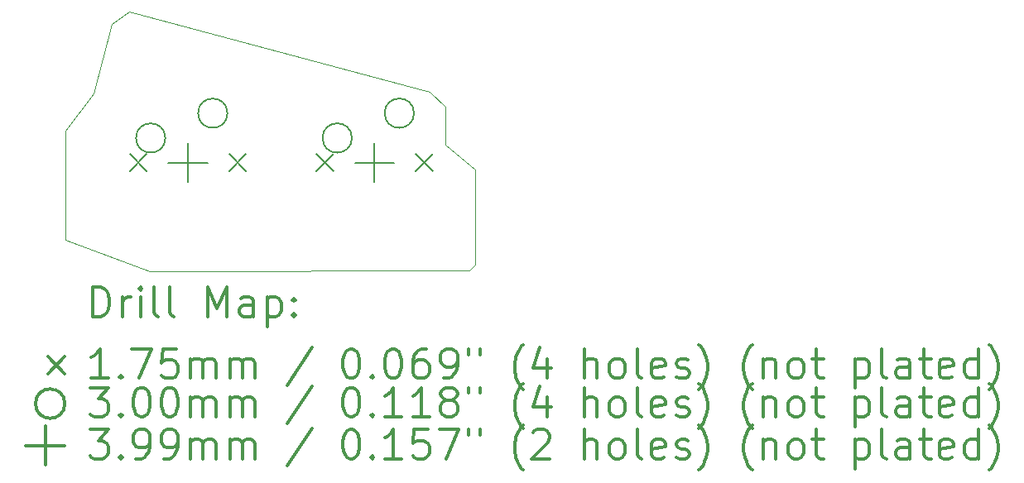
<source format=gbr>
%FSLAX45Y45*%
G04 Gerber Fmt 4.5, Leading zero omitted, Abs format (unit mm)*
G04 Created by KiCad (PCBNEW (5.1.4)-1) date 2023-02-10 21:13:39*
%MOMM*%
%LPD*%
G04 APERTURE LIST*
%ADD10C,0.050000*%
%ADD11C,0.200000*%
%ADD12C,0.300000*%
G04 APERTURE END LIST*
D10*
X19362165Y-34807340D02*
X16092269Y-34811926D01*
X15513276Y-32992596D02*
X15703880Y-32286027D01*
X18953875Y-32980148D02*
X19109700Y-33130247D01*
X19416491Y-34751864D02*
X19416101Y-33778660D01*
X19416491Y-34751864D02*
X19362165Y-34807340D01*
X15223875Y-34489943D02*
X16092269Y-34811926D01*
X15881177Y-32155429D02*
X18953875Y-32980148D01*
X15223875Y-34489943D02*
X15224404Y-33375941D01*
X19416101Y-33778660D02*
X19110882Y-33522366D01*
X15703880Y-32286027D02*
X15881177Y-32155429D01*
X15513276Y-32992596D02*
X15224404Y-33375941D01*
X19110882Y-33522366D02*
X19109700Y-33130247D01*
D11*
X15884500Y-33617692D02*
X16059500Y-33792692D01*
X16059500Y-33617692D02*
X15884500Y-33792692D01*
X16900500Y-33617692D02*
X17075500Y-33792692D01*
X17075500Y-33617692D02*
X16900500Y-33792692D01*
X17792455Y-33617692D02*
X17967455Y-33792692D01*
X17967455Y-33617692D02*
X17792455Y-33792692D01*
X18808455Y-33617692D02*
X18983455Y-33792692D01*
X18983455Y-33617692D02*
X18808455Y-33792692D01*
X16249000Y-33451192D02*
G75*
G03X16249000Y-33451192I-150000J0D01*
G01*
X16884000Y-33197192D02*
G75*
G03X16884000Y-33197192I-150000J0D01*
G01*
X18156955Y-33451192D02*
G75*
G03X18156955Y-33451192I-150000J0D01*
G01*
X18791955Y-33197192D02*
G75*
G03X18791955Y-33197192I-150000J0D01*
G01*
X16480000Y-33505802D02*
X16480000Y-33904582D01*
X16280610Y-33705192D02*
X16679390Y-33705192D01*
X18387955Y-33505802D02*
X18387955Y-33904582D01*
X18188565Y-33705192D02*
X18587345Y-33705192D01*
D12*
X15507803Y-35280141D02*
X15507803Y-34980141D01*
X15579232Y-34980141D01*
X15622089Y-34994426D01*
X15650660Y-35022998D01*
X15664946Y-35051569D01*
X15679232Y-35108712D01*
X15679232Y-35151569D01*
X15664946Y-35208712D01*
X15650660Y-35237284D01*
X15622089Y-35265855D01*
X15579232Y-35280141D01*
X15507803Y-35280141D01*
X15807803Y-35280141D02*
X15807803Y-35080141D01*
X15807803Y-35137284D02*
X15822089Y-35108712D01*
X15836375Y-35094426D01*
X15864946Y-35080141D01*
X15893517Y-35080141D01*
X15993517Y-35280141D02*
X15993517Y-35080141D01*
X15993517Y-34980141D02*
X15979232Y-34994426D01*
X15993517Y-35008712D01*
X16007803Y-34994426D01*
X15993517Y-34980141D01*
X15993517Y-35008712D01*
X16179232Y-35280141D02*
X16150660Y-35265855D01*
X16136375Y-35237284D01*
X16136375Y-34980141D01*
X16336375Y-35280141D02*
X16307803Y-35265855D01*
X16293517Y-35237284D01*
X16293517Y-34980141D01*
X16679232Y-35280141D02*
X16679232Y-34980141D01*
X16779232Y-35194426D01*
X16879232Y-34980141D01*
X16879232Y-35280141D01*
X17150660Y-35280141D02*
X17150660Y-35122998D01*
X17136375Y-35094426D01*
X17107803Y-35080141D01*
X17050660Y-35080141D01*
X17022089Y-35094426D01*
X17150660Y-35265855D02*
X17122089Y-35280141D01*
X17050660Y-35280141D01*
X17022089Y-35265855D01*
X17007803Y-35237284D01*
X17007803Y-35208712D01*
X17022089Y-35180141D01*
X17050660Y-35165855D01*
X17122089Y-35165855D01*
X17150660Y-35151569D01*
X17293517Y-35080141D02*
X17293517Y-35380141D01*
X17293517Y-35094426D02*
X17322089Y-35080141D01*
X17379232Y-35080141D01*
X17407803Y-35094426D01*
X17422089Y-35108712D01*
X17436375Y-35137284D01*
X17436375Y-35222998D01*
X17422089Y-35251569D01*
X17407803Y-35265855D01*
X17379232Y-35280141D01*
X17322089Y-35280141D01*
X17293517Y-35265855D01*
X17564946Y-35251569D02*
X17579232Y-35265855D01*
X17564946Y-35280141D01*
X17550660Y-35265855D01*
X17564946Y-35251569D01*
X17564946Y-35280141D01*
X17564946Y-35094426D02*
X17579232Y-35108712D01*
X17564946Y-35122998D01*
X17550660Y-35108712D01*
X17564946Y-35094426D01*
X17564946Y-35122998D01*
X15046375Y-35686926D02*
X15221375Y-35861926D01*
X15221375Y-35686926D02*
X15046375Y-35861926D01*
X15664946Y-35910141D02*
X15493517Y-35910141D01*
X15579232Y-35910141D02*
X15579232Y-35610141D01*
X15550660Y-35652998D01*
X15522089Y-35681569D01*
X15493517Y-35695855D01*
X15793517Y-35881569D02*
X15807803Y-35895855D01*
X15793517Y-35910141D01*
X15779232Y-35895855D01*
X15793517Y-35881569D01*
X15793517Y-35910141D01*
X15907803Y-35610141D02*
X16107803Y-35610141D01*
X15979232Y-35910141D01*
X16364946Y-35610141D02*
X16222089Y-35610141D01*
X16207803Y-35752998D01*
X16222089Y-35738712D01*
X16250660Y-35724426D01*
X16322089Y-35724426D01*
X16350660Y-35738712D01*
X16364946Y-35752998D01*
X16379232Y-35781569D01*
X16379232Y-35852998D01*
X16364946Y-35881569D01*
X16350660Y-35895855D01*
X16322089Y-35910141D01*
X16250660Y-35910141D01*
X16222089Y-35895855D01*
X16207803Y-35881569D01*
X16507803Y-35910141D02*
X16507803Y-35710141D01*
X16507803Y-35738712D02*
X16522089Y-35724426D01*
X16550660Y-35710141D01*
X16593517Y-35710141D01*
X16622089Y-35724426D01*
X16636375Y-35752998D01*
X16636375Y-35910141D01*
X16636375Y-35752998D02*
X16650660Y-35724426D01*
X16679232Y-35710141D01*
X16722089Y-35710141D01*
X16750660Y-35724426D01*
X16764946Y-35752998D01*
X16764946Y-35910141D01*
X16907803Y-35910141D02*
X16907803Y-35710141D01*
X16907803Y-35738712D02*
X16922089Y-35724426D01*
X16950660Y-35710141D01*
X16993517Y-35710141D01*
X17022089Y-35724426D01*
X17036375Y-35752998D01*
X17036375Y-35910141D01*
X17036375Y-35752998D02*
X17050660Y-35724426D01*
X17079232Y-35710141D01*
X17122089Y-35710141D01*
X17150660Y-35724426D01*
X17164946Y-35752998D01*
X17164946Y-35910141D01*
X17750660Y-35595855D02*
X17493517Y-35981569D01*
X18136375Y-35610141D02*
X18164946Y-35610141D01*
X18193517Y-35624426D01*
X18207803Y-35638712D01*
X18222089Y-35667284D01*
X18236375Y-35724426D01*
X18236375Y-35795855D01*
X18222089Y-35852998D01*
X18207803Y-35881569D01*
X18193517Y-35895855D01*
X18164946Y-35910141D01*
X18136375Y-35910141D01*
X18107803Y-35895855D01*
X18093517Y-35881569D01*
X18079232Y-35852998D01*
X18064946Y-35795855D01*
X18064946Y-35724426D01*
X18079232Y-35667284D01*
X18093517Y-35638712D01*
X18107803Y-35624426D01*
X18136375Y-35610141D01*
X18364946Y-35881569D02*
X18379232Y-35895855D01*
X18364946Y-35910141D01*
X18350660Y-35895855D01*
X18364946Y-35881569D01*
X18364946Y-35910141D01*
X18564946Y-35610141D02*
X18593517Y-35610141D01*
X18622089Y-35624426D01*
X18636375Y-35638712D01*
X18650660Y-35667284D01*
X18664946Y-35724426D01*
X18664946Y-35795855D01*
X18650660Y-35852998D01*
X18636375Y-35881569D01*
X18622089Y-35895855D01*
X18593517Y-35910141D01*
X18564946Y-35910141D01*
X18536375Y-35895855D01*
X18522089Y-35881569D01*
X18507803Y-35852998D01*
X18493517Y-35795855D01*
X18493517Y-35724426D01*
X18507803Y-35667284D01*
X18522089Y-35638712D01*
X18536375Y-35624426D01*
X18564946Y-35610141D01*
X18922089Y-35610141D02*
X18864946Y-35610141D01*
X18836375Y-35624426D01*
X18822089Y-35638712D01*
X18793517Y-35681569D01*
X18779232Y-35738712D01*
X18779232Y-35852998D01*
X18793517Y-35881569D01*
X18807803Y-35895855D01*
X18836375Y-35910141D01*
X18893517Y-35910141D01*
X18922089Y-35895855D01*
X18936375Y-35881569D01*
X18950660Y-35852998D01*
X18950660Y-35781569D01*
X18936375Y-35752998D01*
X18922089Y-35738712D01*
X18893517Y-35724426D01*
X18836375Y-35724426D01*
X18807803Y-35738712D01*
X18793517Y-35752998D01*
X18779232Y-35781569D01*
X19093517Y-35910141D02*
X19150660Y-35910141D01*
X19179232Y-35895855D01*
X19193517Y-35881569D01*
X19222089Y-35838712D01*
X19236375Y-35781569D01*
X19236375Y-35667284D01*
X19222089Y-35638712D01*
X19207803Y-35624426D01*
X19179232Y-35610141D01*
X19122089Y-35610141D01*
X19093517Y-35624426D01*
X19079232Y-35638712D01*
X19064946Y-35667284D01*
X19064946Y-35738712D01*
X19079232Y-35767284D01*
X19093517Y-35781569D01*
X19122089Y-35795855D01*
X19179232Y-35795855D01*
X19207803Y-35781569D01*
X19222089Y-35767284D01*
X19236375Y-35738712D01*
X19350660Y-35610141D02*
X19350660Y-35667284D01*
X19464946Y-35610141D02*
X19464946Y-35667284D01*
X19907803Y-36024426D02*
X19893517Y-36010141D01*
X19864946Y-35967284D01*
X19850660Y-35938712D01*
X19836375Y-35895855D01*
X19822089Y-35824426D01*
X19822089Y-35767284D01*
X19836375Y-35695855D01*
X19850660Y-35652998D01*
X19864946Y-35624426D01*
X19893517Y-35581569D01*
X19907803Y-35567284D01*
X20150660Y-35710141D02*
X20150660Y-35910141D01*
X20079232Y-35595855D02*
X20007803Y-35810141D01*
X20193517Y-35810141D01*
X20536375Y-35910141D02*
X20536375Y-35610141D01*
X20664946Y-35910141D02*
X20664946Y-35752998D01*
X20650660Y-35724426D01*
X20622089Y-35710141D01*
X20579232Y-35710141D01*
X20550660Y-35724426D01*
X20536375Y-35738712D01*
X20850660Y-35910141D02*
X20822089Y-35895855D01*
X20807803Y-35881569D01*
X20793517Y-35852998D01*
X20793517Y-35767284D01*
X20807803Y-35738712D01*
X20822089Y-35724426D01*
X20850660Y-35710141D01*
X20893517Y-35710141D01*
X20922089Y-35724426D01*
X20936375Y-35738712D01*
X20950660Y-35767284D01*
X20950660Y-35852998D01*
X20936375Y-35881569D01*
X20922089Y-35895855D01*
X20893517Y-35910141D01*
X20850660Y-35910141D01*
X21122089Y-35910141D02*
X21093517Y-35895855D01*
X21079232Y-35867284D01*
X21079232Y-35610141D01*
X21350660Y-35895855D02*
X21322089Y-35910141D01*
X21264946Y-35910141D01*
X21236375Y-35895855D01*
X21222089Y-35867284D01*
X21222089Y-35752998D01*
X21236375Y-35724426D01*
X21264946Y-35710141D01*
X21322089Y-35710141D01*
X21350660Y-35724426D01*
X21364946Y-35752998D01*
X21364946Y-35781569D01*
X21222089Y-35810141D01*
X21479232Y-35895855D02*
X21507803Y-35910141D01*
X21564946Y-35910141D01*
X21593517Y-35895855D01*
X21607803Y-35867284D01*
X21607803Y-35852998D01*
X21593517Y-35824426D01*
X21564946Y-35810141D01*
X21522089Y-35810141D01*
X21493517Y-35795855D01*
X21479232Y-35767284D01*
X21479232Y-35752998D01*
X21493517Y-35724426D01*
X21522089Y-35710141D01*
X21564946Y-35710141D01*
X21593517Y-35724426D01*
X21707803Y-36024426D02*
X21722089Y-36010141D01*
X21750660Y-35967284D01*
X21764946Y-35938712D01*
X21779232Y-35895855D01*
X21793517Y-35824426D01*
X21793517Y-35767284D01*
X21779232Y-35695855D01*
X21764946Y-35652998D01*
X21750660Y-35624426D01*
X21722089Y-35581569D01*
X21707803Y-35567284D01*
X22250660Y-36024426D02*
X22236375Y-36010141D01*
X22207803Y-35967284D01*
X22193517Y-35938712D01*
X22179232Y-35895855D01*
X22164946Y-35824426D01*
X22164946Y-35767284D01*
X22179232Y-35695855D01*
X22193517Y-35652998D01*
X22207803Y-35624426D01*
X22236375Y-35581569D01*
X22250660Y-35567284D01*
X22364946Y-35710141D02*
X22364946Y-35910141D01*
X22364946Y-35738712D02*
X22379232Y-35724426D01*
X22407803Y-35710141D01*
X22450660Y-35710141D01*
X22479232Y-35724426D01*
X22493517Y-35752998D01*
X22493517Y-35910141D01*
X22679232Y-35910141D02*
X22650660Y-35895855D01*
X22636375Y-35881569D01*
X22622089Y-35852998D01*
X22622089Y-35767284D01*
X22636375Y-35738712D01*
X22650660Y-35724426D01*
X22679232Y-35710141D01*
X22722089Y-35710141D01*
X22750660Y-35724426D01*
X22764946Y-35738712D01*
X22779232Y-35767284D01*
X22779232Y-35852998D01*
X22764946Y-35881569D01*
X22750660Y-35895855D01*
X22722089Y-35910141D01*
X22679232Y-35910141D01*
X22864946Y-35710141D02*
X22979232Y-35710141D01*
X22907803Y-35610141D02*
X22907803Y-35867284D01*
X22922089Y-35895855D01*
X22950660Y-35910141D01*
X22979232Y-35910141D01*
X23307803Y-35710141D02*
X23307803Y-36010141D01*
X23307803Y-35724426D02*
X23336375Y-35710141D01*
X23393517Y-35710141D01*
X23422089Y-35724426D01*
X23436375Y-35738712D01*
X23450660Y-35767284D01*
X23450660Y-35852998D01*
X23436375Y-35881569D01*
X23422089Y-35895855D01*
X23393517Y-35910141D01*
X23336375Y-35910141D01*
X23307803Y-35895855D01*
X23622089Y-35910141D02*
X23593517Y-35895855D01*
X23579232Y-35867284D01*
X23579232Y-35610141D01*
X23864946Y-35910141D02*
X23864946Y-35752998D01*
X23850660Y-35724426D01*
X23822089Y-35710141D01*
X23764946Y-35710141D01*
X23736375Y-35724426D01*
X23864946Y-35895855D02*
X23836375Y-35910141D01*
X23764946Y-35910141D01*
X23736375Y-35895855D01*
X23722089Y-35867284D01*
X23722089Y-35838712D01*
X23736375Y-35810141D01*
X23764946Y-35795855D01*
X23836375Y-35795855D01*
X23864946Y-35781569D01*
X23964946Y-35710141D02*
X24079232Y-35710141D01*
X24007803Y-35610141D02*
X24007803Y-35867284D01*
X24022089Y-35895855D01*
X24050660Y-35910141D01*
X24079232Y-35910141D01*
X24293517Y-35895855D02*
X24264946Y-35910141D01*
X24207803Y-35910141D01*
X24179232Y-35895855D01*
X24164946Y-35867284D01*
X24164946Y-35752998D01*
X24179232Y-35724426D01*
X24207803Y-35710141D01*
X24264946Y-35710141D01*
X24293517Y-35724426D01*
X24307803Y-35752998D01*
X24307803Y-35781569D01*
X24164946Y-35810141D01*
X24564946Y-35910141D02*
X24564946Y-35610141D01*
X24564946Y-35895855D02*
X24536375Y-35910141D01*
X24479232Y-35910141D01*
X24450660Y-35895855D01*
X24436375Y-35881569D01*
X24422089Y-35852998D01*
X24422089Y-35767284D01*
X24436375Y-35738712D01*
X24450660Y-35724426D01*
X24479232Y-35710141D01*
X24536375Y-35710141D01*
X24564946Y-35724426D01*
X24679232Y-36024426D02*
X24693517Y-36010141D01*
X24722089Y-35967284D01*
X24736375Y-35938712D01*
X24750660Y-35895855D01*
X24764946Y-35824426D01*
X24764946Y-35767284D01*
X24750660Y-35695855D01*
X24736375Y-35652998D01*
X24722089Y-35624426D01*
X24693517Y-35581569D01*
X24679232Y-35567284D01*
X15221375Y-36170426D02*
G75*
G03X15221375Y-36170426I-150000J0D01*
G01*
X15479232Y-36006141D02*
X15664946Y-36006141D01*
X15564946Y-36120426D01*
X15607803Y-36120426D01*
X15636375Y-36134712D01*
X15650660Y-36148998D01*
X15664946Y-36177569D01*
X15664946Y-36248998D01*
X15650660Y-36277569D01*
X15636375Y-36291855D01*
X15607803Y-36306141D01*
X15522089Y-36306141D01*
X15493517Y-36291855D01*
X15479232Y-36277569D01*
X15793517Y-36277569D02*
X15807803Y-36291855D01*
X15793517Y-36306141D01*
X15779232Y-36291855D01*
X15793517Y-36277569D01*
X15793517Y-36306141D01*
X15993517Y-36006141D02*
X16022089Y-36006141D01*
X16050660Y-36020426D01*
X16064946Y-36034712D01*
X16079232Y-36063284D01*
X16093517Y-36120426D01*
X16093517Y-36191855D01*
X16079232Y-36248998D01*
X16064946Y-36277569D01*
X16050660Y-36291855D01*
X16022089Y-36306141D01*
X15993517Y-36306141D01*
X15964946Y-36291855D01*
X15950660Y-36277569D01*
X15936375Y-36248998D01*
X15922089Y-36191855D01*
X15922089Y-36120426D01*
X15936375Y-36063284D01*
X15950660Y-36034712D01*
X15964946Y-36020426D01*
X15993517Y-36006141D01*
X16279232Y-36006141D02*
X16307803Y-36006141D01*
X16336375Y-36020426D01*
X16350660Y-36034712D01*
X16364946Y-36063284D01*
X16379232Y-36120426D01*
X16379232Y-36191855D01*
X16364946Y-36248998D01*
X16350660Y-36277569D01*
X16336375Y-36291855D01*
X16307803Y-36306141D01*
X16279232Y-36306141D01*
X16250660Y-36291855D01*
X16236375Y-36277569D01*
X16222089Y-36248998D01*
X16207803Y-36191855D01*
X16207803Y-36120426D01*
X16222089Y-36063284D01*
X16236375Y-36034712D01*
X16250660Y-36020426D01*
X16279232Y-36006141D01*
X16507803Y-36306141D02*
X16507803Y-36106141D01*
X16507803Y-36134712D02*
X16522089Y-36120426D01*
X16550660Y-36106141D01*
X16593517Y-36106141D01*
X16622089Y-36120426D01*
X16636375Y-36148998D01*
X16636375Y-36306141D01*
X16636375Y-36148998D02*
X16650660Y-36120426D01*
X16679232Y-36106141D01*
X16722089Y-36106141D01*
X16750660Y-36120426D01*
X16764946Y-36148998D01*
X16764946Y-36306141D01*
X16907803Y-36306141D02*
X16907803Y-36106141D01*
X16907803Y-36134712D02*
X16922089Y-36120426D01*
X16950660Y-36106141D01*
X16993517Y-36106141D01*
X17022089Y-36120426D01*
X17036375Y-36148998D01*
X17036375Y-36306141D01*
X17036375Y-36148998D02*
X17050660Y-36120426D01*
X17079232Y-36106141D01*
X17122089Y-36106141D01*
X17150660Y-36120426D01*
X17164946Y-36148998D01*
X17164946Y-36306141D01*
X17750660Y-35991855D02*
X17493517Y-36377569D01*
X18136375Y-36006141D02*
X18164946Y-36006141D01*
X18193517Y-36020426D01*
X18207803Y-36034712D01*
X18222089Y-36063284D01*
X18236375Y-36120426D01*
X18236375Y-36191855D01*
X18222089Y-36248998D01*
X18207803Y-36277569D01*
X18193517Y-36291855D01*
X18164946Y-36306141D01*
X18136375Y-36306141D01*
X18107803Y-36291855D01*
X18093517Y-36277569D01*
X18079232Y-36248998D01*
X18064946Y-36191855D01*
X18064946Y-36120426D01*
X18079232Y-36063284D01*
X18093517Y-36034712D01*
X18107803Y-36020426D01*
X18136375Y-36006141D01*
X18364946Y-36277569D02*
X18379232Y-36291855D01*
X18364946Y-36306141D01*
X18350660Y-36291855D01*
X18364946Y-36277569D01*
X18364946Y-36306141D01*
X18664946Y-36306141D02*
X18493517Y-36306141D01*
X18579232Y-36306141D02*
X18579232Y-36006141D01*
X18550660Y-36048998D01*
X18522089Y-36077569D01*
X18493517Y-36091855D01*
X18950660Y-36306141D02*
X18779232Y-36306141D01*
X18864946Y-36306141D02*
X18864946Y-36006141D01*
X18836375Y-36048998D01*
X18807803Y-36077569D01*
X18779232Y-36091855D01*
X19122089Y-36134712D02*
X19093517Y-36120426D01*
X19079232Y-36106141D01*
X19064946Y-36077569D01*
X19064946Y-36063284D01*
X19079232Y-36034712D01*
X19093517Y-36020426D01*
X19122089Y-36006141D01*
X19179232Y-36006141D01*
X19207803Y-36020426D01*
X19222089Y-36034712D01*
X19236375Y-36063284D01*
X19236375Y-36077569D01*
X19222089Y-36106141D01*
X19207803Y-36120426D01*
X19179232Y-36134712D01*
X19122089Y-36134712D01*
X19093517Y-36148998D01*
X19079232Y-36163284D01*
X19064946Y-36191855D01*
X19064946Y-36248998D01*
X19079232Y-36277569D01*
X19093517Y-36291855D01*
X19122089Y-36306141D01*
X19179232Y-36306141D01*
X19207803Y-36291855D01*
X19222089Y-36277569D01*
X19236375Y-36248998D01*
X19236375Y-36191855D01*
X19222089Y-36163284D01*
X19207803Y-36148998D01*
X19179232Y-36134712D01*
X19350660Y-36006141D02*
X19350660Y-36063284D01*
X19464946Y-36006141D02*
X19464946Y-36063284D01*
X19907803Y-36420426D02*
X19893517Y-36406141D01*
X19864946Y-36363284D01*
X19850660Y-36334712D01*
X19836375Y-36291855D01*
X19822089Y-36220426D01*
X19822089Y-36163284D01*
X19836375Y-36091855D01*
X19850660Y-36048998D01*
X19864946Y-36020426D01*
X19893517Y-35977569D01*
X19907803Y-35963284D01*
X20150660Y-36106141D02*
X20150660Y-36306141D01*
X20079232Y-35991855D02*
X20007803Y-36206141D01*
X20193517Y-36206141D01*
X20536375Y-36306141D02*
X20536375Y-36006141D01*
X20664946Y-36306141D02*
X20664946Y-36148998D01*
X20650660Y-36120426D01*
X20622089Y-36106141D01*
X20579232Y-36106141D01*
X20550660Y-36120426D01*
X20536375Y-36134712D01*
X20850660Y-36306141D02*
X20822089Y-36291855D01*
X20807803Y-36277569D01*
X20793517Y-36248998D01*
X20793517Y-36163284D01*
X20807803Y-36134712D01*
X20822089Y-36120426D01*
X20850660Y-36106141D01*
X20893517Y-36106141D01*
X20922089Y-36120426D01*
X20936375Y-36134712D01*
X20950660Y-36163284D01*
X20950660Y-36248998D01*
X20936375Y-36277569D01*
X20922089Y-36291855D01*
X20893517Y-36306141D01*
X20850660Y-36306141D01*
X21122089Y-36306141D02*
X21093517Y-36291855D01*
X21079232Y-36263284D01*
X21079232Y-36006141D01*
X21350660Y-36291855D02*
X21322089Y-36306141D01*
X21264946Y-36306141D01*
X21236375Y-36291855D01*
X21222089Y-36263284D01*
X21222089Y-36148998D01*
X21236375Y-36120426D01*
X21264946Y-36106141D01*
X21322089Y-36106141D01*
X21350660Y-36120426D01*
X21364946Y-36148998D01*
X21364946Y-36177569D01*
X21222089Y-36206141D01*
X21479232Y-36291855D02*
X21507803Y-36306141D01*
X21564946Y-36306141D01*
X21593517Y-36291855D01*
X21607803Y-36263284D01*
X21607803Y-36248998D01*
X21593517Y-36220426D01*
X21564946Y-36206141D01*
X21522089Y-36206141D01*
X21493517Y-36191855D01*
X21479232Y-36163284D01*
X21479232Y-36148998D01*
X21493517Y-36120426D01*
X21522089Y-36106141D01*
X21564946Y-36106141D01*
X21593517Y-36120426D01*
X21707803Y-36420426D02*
X21722089Y-36406141D01*
X21750660Y-36363284D01*
X21764946Y-36334712D01*
X21779232Y-36291855D01*
X21793517Y-36220426D01*
X21793517Y-36163284D01*
X21779232Y-36091855D01*
X21764946Y-36048998D01*
X21750660Y-36020426D01*
X21722089Y-35977569D01*
X21707803Y-35963284D01*
X22250660Y-36420426D02*
X22236375Y-36406141D01*
X22207803Y-36363284D01*
X22193517Y-36334712D01*
X22179232Y-36291855D01*
X22164946Y-36220426D01*
X22164946Y-36163284D01*
X22179232Y-36091855D01*
X22193517Y-36048998D01*
X22207803Y-36020426D01*
X22236375Y-35977569D01*
X22250660Y-35963284D01*
X22364946Y-36106141D02*
X22364946Y-36306141D01*
X22364946Y-36134712D02*
X22379232Y-36120426D01*
X22407803Y-36106141D01*
X22450660Y-36106141D01*
X22479232Y-36120426D01*
X22493517Y-36148998D01*
X22493517Y-36306141D01*
X22679232Y-36306141D02*
X22650660Y-36291855D01*
X22636375Y-36277569D01*
X22622089Y-36248998D01*
X22622089Y-36163284D01*
X22636375Y-36134712D01*
X22650660Y-36120426D01*
X22679232Y-36106141D01*
X22722089Y-36106141D01*
X22750660Y-36120426D01*
X22764946Y-36134712D01*
X22779232Y-36163284D01*
X22779232Y-36248998D01*
X22764946Y-36277569D01*
X22750660Y-36291855D01*
X22722089Y-36306141D01*
X22679232Y-36306141D01*
X22864946Y-36106141D02*
X22979232Y-36106141D01*
X22907803Y-36006141D02*
X22907803Y-36263284D01*
X22922089Y-36291855D01*
X22950660Y-36306141D01*
X22979232Y-36306141D01*
X23307803Y-36106141D02*
X23307803Y-36406141D01*
X23307803Y-36120426D02*
X23336375Y-36106141D01*
X23393517Y-36106141D01*
X23422089Y-36120426D01*
X23436375Y-36134712D01*
X23450660Y-36163284D01*
X23450660Y-36248998D01*
X23436375Y-36277569D01*
X23422089Y-36291855D01*
X23393517Y-36306141D01*
X23336375Y-36306141D01*
X23307803Y-36291855D01*
X23622089Y-36306141D02*
X23593517Y-36291855D01*
X23579232Y-36263284D01*
X23579232Y-36006141D01*
X23864946Y-36306141D02*
X23864946Y-36148998D01*
X23850660Y-36120426D01*
X23822089Y-36106141D01*
X23764946Y-36106141D01*
X23736375Y-36120426D01*
X23864946Y-36291855D02*
X23836375Y-36306141D01*
X23764946Y-36306141D01*
X23736375Y-36291855D01*
X23722089Y-36263284D01*
X23722089Y-36234712D01*
X23736375Y-36206141D01*
X23764946Y-36191855D01*
X23836375Y-36191855D01*
X23864946Y-36177569D01*
X23964946Y-36106141D02*
X24079232Y-36106141D01*
X24007803Y-36006141D02*
X24007803Y-36263284D01*
X24022089Y-36291855D01*
X24050660Y-36306141D01*
X24079232Y-36306141D01*
X24293517Y-36291855D02*
X24264946Y-36306141D01*
X24207803Y-36306141D01*
X24179232Y-36291855D01*
X24164946Y-36263284D01*
X24164946Y-36148998D01*
X24179232Y-36120426D01*
X24207803Y-36106141D01*
X24264946Y-36106141D01*
X24293517Y-36120426D01*
X24307803Y-36148998D01*
X24307803Y-36177569D01*
X24164946Y-36206141D01*
X24564946Y-36306141D02*
X24564946Y-36006141D01*
X24564946Y-36291855D02*
X24536375Y-36306141D01*
X24479232Y-36306141D01*
X24450660Y-36291855D01*
X24436375Y-36277569D01*
X24422089Y-36248998D01*
X24422089Y-36163284D01*
X24436375Y-36134712D01*
X24450660Y-36120426D01*
X24479232Y-36106141D01*
X24536375Y-36106141D01*
X24564946Y-36120426D01*
X24679232Y-36420426D02*
X24693517Y-36406141D01*
X24722089Y-36363284D01*
X24736375Y-36334712D01*
X24750660Y-36291855D01*
X24764946Y-36220426D01*
X24764946Y-36163284D01*
X24750660Y-36091855D01*
X24736375Y-36048998D01*
X24722089Y-36020426D01*
X24693517Y-35977569D01*
X24679232Y-35963284D01*
X15021985Y-36401036D02*
X15021985Y-36799816D01*
X14822595Y-36600426D02*
X15221375Y-36600426D01*
X15479232Y-36436141D02*
X15664946Y-36436141D01*
X15564946Y-36550426D01*
X15607803Y-36550426D01*
X15636375Y-36564712D01*
X15650660Y-36578998D01*
X15664946Y-36607569D01*
X15664946Y-36678998D01*
X15650660Y-36707569D01*
X15636375Y-36721855D01*
X15607803Y-36736141D01*
X15522089Y-36736141D01*
X15493517Y-36721855D01*
X15479232Y-36707569D01*
X15793517Y-36707569D02*
X15807803Y-36721855D01*
X15793517Y-36736141D01*
X15779232Y-36721855D01*
X15793517Y-36707569D01*
X15793517Y-36736141D01*
X15950660Y-36736141D02*
X16007803Y-36736141D01*
X16036375Y-36721855D01*
X16050660Y-36707569D01*
X16079232Y-36664712D01*
X16093517Y-36607569D01*
X16093517Y-36493284D01*
X16079232Y-36464712D01*
X16064946Y-36450426D01*
X16036375Y-36436141D01*
X15979232Y-36436141D01*
X15950660Y-36450426D01*
X15936375Y-36464712D01*
X15922089Y-36493284D01*
X15922089Y-36564712D01*
X15936375Y-36593284D01*
X15950660Y-36607569D01*
X15979232Y-36621855D01*
X16036375Y-36621855D01*
X16064946Y-36607569D01*
X16079232Y-36593284D01*
X16093517Y-36564712D01*
X16236375Y-36736141D02*
X16293517Y-36736141D01*
X16322089Y-36721855D01*
X16336375Y-36707569D01*
X16364946Y-36664712D01*
X16379232Y-36607569D01*
X16379232Y-36493284D01*
X16364946Y-36464712D01*
X16350660Y-36450426D01*
X16322089Y-36436141D01*
X16264946Y-36436141D01*
X16236375Y-36450426D01*
X16222089Y-36464712D01*
X16207803Y-36493284D01*
X16207803Y-36564712D01*
X16222089Y-36593284D01*
X16236375Y-36607569D01*
X16264946Y-36621855D01*
X16322089Y-36621855D01*
X16350660Y-36607569D01*
X16364946Y-36593284D01*
X16379232Y-36564712D01*
X16507803Y-36736141D02*
X16507803Y-36536141D01*
X16507803Y-36564712D02*
X16522089Y-36550426D01*
X16550660Y-36536141D01*
X16593517Y-36536141D01*
X16622089Y-36550426D01*
X16636375Y-36578998D01*
X16636375Y-36736141D01*
X16636375Y-36578998D02*
X16650660Y-36550426D01*
X16679232Y-36536141D01*
X16722089Y-36536141D01*
X16750660Y-36550426D01*
X16764946Y-36578998D01*
X16764946Y-36736141D01*
X16907803Y-36736141D02*
X16907803Y-36536141D01*
X16907803Y-36564712D02*
X16922089Y-36550426D01*
X16950660Y-36536141D01*
X16993517Y-36536141D01*
X17022089Y-36550426D01*
X17036375Y-36578998D01*
X17036375Y-36736141D01*
X17036375Y-36578998D02*
X17050660Y-36550426D01*
X17079232Y-36536141D01*
X17122089Y-36536141D01*
X17150660Y-36550426D01*
X17164946Y-36578998D01*
X17164946Y-36736141D01*
X17750660Y-36421855D02*
X17493517Y-36807569D01*
X18136375Y-36436141D02*
X18164946Y-36436141D01*
X18193517Y-36450426D01*
X18207803Y-36464712D01*
X18222089Y-36493284D01*
X18236375Y-36550426D01*
X18236375Y-36621855D01*
X18222089Y-36678998D01*
X18207803Y-36707569D01*
X18193517Y-36721855D01*
X18164946Y-36736141D01*
X18136375Y-36736141D01*
X18107803Y-36721855D01*
X18093517Y-36707569D01*
X18079232Y-36678998D01*
X18064946Y-36621855D01*
X18064946Y-36550426D01*
X18079232Y-36493284D01*
X18093517Y-36464712D01*
X18107803Y-36450426D01*
X18136375Y-36436141D01*
X18364946Y-36707569D02*
X18379232Y-36721855D01*
X18364946Y-36736141D01*
X18350660Y-36721855D01*
X18364946Y-36707569D01*
X18364946Y-36736141D01*
X18664946Y-36736141D02*
X18493517Y-36736141D01*
X18579232Y-36736141D02*
X18579232Y-36436141D01*
X18550660Y-36478998D01*
X18522089Y-36507569D01*
X18493517Y-36521855D01*
X18936375Y-36436141D02*
X18793517Y-36436141D01*
X18779232Y-36578998D01*
X18793517Y-36564712D01*
X18822089Y-36550426D01*
X18893517Y-36550426D01*
X18922089Y-36564712D01*
X18936375Y-36578998D01*
X18950660Y-36607569D01*
X18950660Y-36678998D01*
X18936375Y-36707569D01*
X18922089Y-36721855D01*
X18893517Y-36736141D01*
X18822089Y-36736141D01*
X18793517Y-36721855D01*
X18779232Y-36707569D01*
X19050660Y-36436141D02*
X19250660Y-36436141D01*
X19122089Y-36736141D01*
X19350660Y-36436141D02*
X19350660Y-36493284D01*
X19464946Y-36436141D02*
X19464946Y-36493284D01*
X19907803Y-36850426D02*
X19893517Y-36836141D01*
X19864946Y-36793284D01*
X19850660Y-36764712D01*
X19836375Y-36721855D01*
X19822089Y-36650426D01*
X19822089Y-36593284D01*
X19836375Y-36521855D01*
X19850660Y-36478998D01*
X19864946Y-36450426D01*
X19893517Y-36407569D01*
X19907803Y-36393284D01*
X20007803Y-36464712D02*
X20022089Y-36450426D01*
X20050660Y-36436141D01*
X20122089Y-36436141D01*
X20150660Y-36450426D01*
X20164946Y-36464712D01*
X20179232Y-36493284D01*
X20179232Y-36521855D01*
X20164946Y-36564712D01*
X19993517Y-36736141D01*
X20179232Y-36736141D01*
X20536375Y-36736141D02*
X20536375Y-36436141D01*
X20664946Y-36736141D02*
X20664946Y-36578998D01*
X20650660Y-36550426D01*
X20622089Y-36536141D01*
X20579232Y-36536141D01*
X20550660Y-36550426D01*
X20536375Y-36564712D01*
X20850660Y-36736141D02*
X20822089Y-36721855D01*
X20807803Y-36707569D01*
X20793517Y-36678998D01*
X20793517Y-36593284D01*
X20807803Y-36564712D01*
X20822089Y-36550426D01*
X20850660Y-36536141D01*
X20893517Y-36536141D01*
X20922089Y-36550426D01*
X20936375Y-36564712D01*
X20950660Y-36593284D01*
X20950660Y-36678998D01*
X20936375Y-36707569D01*
X20922089Y-36721855D01*
X20893517Y-36736141D01*
X20850660Y-36736141D01*
X21122089Y-36736141D02*
X21093517Y-36721855D01*
X21079232Y-36693284D01*
X21079232Y-36436141D01*
X21350660Y-36721855D02*
X21322089Y-36736141D01*
X21264946Y-36736141D01*
X21236375Y-36721855D01*
X21222089Y-36693284D01*
X21222089Y-36578998D01*
X21236375Y-36550426D01*
X21264946Y-36536141D01*
X21322089Y-36536141D01*
X21350660Y-36550426D01*
X21364946Y-36578998D01*
X21364946Y-36607569D01*
X21222089Y-36636141D01*
X21479232Y-36721855D02*
X21507803Y-36736141D01*
X21564946Y-36736141D01*
X21593517Y-36721855D01*
X21607803Y-36693284D01*
X21607803Y-36678998D01*
X21593517Y-36650426D01*
X21564946Y-36636141D01*
X21522089Y-36636141D01*
X21493517Y-36621855D01*
X21479232Y-36593284D01*
X21479232Y-36578998D01*
X21493517Y-36550426D01*
X21522089Y-36536141D01*
X21564946Y-36536141D01*
X21593517Y-36550426D01*
X21707803Y-36850426D02*
X21722089Y-36836141D01*
X21750660Y-36793284D01*
X21764946Y-36764712D01*
X21779232Y-36721855D01*
X21793517Y-36650426D01*
X21793517Y-36593284D01*
X21779232Y-36521855D01*
X21764946Y-36478998D01*
X21750660Y-36450426D01*
X21722089Y-36407569D01*
X21707803Y-36393284D01*
X22250660Y-36850426D02*
X22236375Y-36836141D01*
X22207803Y-36793284D01*
X22193517Y-36764712D01*
X22179232Y-36721855D01*
X22164946Y-36650426D01*
X22164946Y-36593284D01*
X22179232Y-36521855D01*
X22193517Y-36478998D01*
X22207803Y-36450426D01*
X22236375Y-36407569D01*
X22250660Y-36393284D01*
X22364946Y-36536141D02*
X22364946Y-36736141D01*
X22364946Y-36564712D02*
X22379232Y-36550426D01*
X22407803Y-36536141D01*
X22450660Y-36536141D01*
X22479232Y-36550426D01*
X22493517Y-36578998D01*
X22493517Y-36736141D01*
X22679232Y-36736141D02*
X22650660Y-36721855D01*
X22636375Y-36707569D01*
X22622089Y-36678998D01*
X22622089Y-36593284D01*
X22636375Y-36564712D01*
X22650660Y-36550426D01*
X22679232Y-36536141D01*
X22722089Y-36536141D01*
X22750660Y-36550426D01*
X22764946Y-36564712D01*
X22779232Y-36593284D01*
X22779232Y-36678998D01*
X22764946Y-36707569D01*
X22750660Y-36721855D01*
X22722089Y-36736141D01*
X22679232Y-36736141D01*
X22864946Y-36536141D02*
X22979232Y-36536141D01*
X22907803Y-36436141D02*
X22907803Y-36693284D01*
X22922089Y-36721855D01*
X22950660Y-36736141D01*
X22979232Y-36736141D01*
X23307803Y-36536141D02*
X23307803Y-36836141D01*
X23307803Y-36550426D02*
X23336375Y-36536141D01*
X23393517Y-36536141D01*
X23422089Y-36550426D01*
X23436375Y-36564712D01*
X23450660Y-36593284D01*
X23450660Y-36678998D01*
X23436375Y-36707569D01*
X23422089Y-36721855D01*
X23393517Y-36736141D01*
X23336375Y-36736141D01*
X23307803Y-36721855D01*
X23622089Y-36736141D02*
X23593517Y-36721855D01*
X23579232Y-36693284D01*
X23579232Y-36436141D01*
X23864946Y-36736141D02*
X23864946Y-36578998D01*
X23850660Y-36550426D01*
X23822089Y-36536141D01*
X23764946Y-36536141D01*
X23736375Y-36550426D01*
X23864946Y-36721855D02*
X23836375Y-36736141D01*
X23764946Y-36736141D01*
X23736375Y-36721855D01*
X23722089Y-36693284D01*
X23722089Y-36664712D01*
X23736375Y-36636141D01*
X23764946Y-36621855D01*
X23836375Y-36621855D01*
X23864946Y-36607569D01*
X23964946Y-36536141D02*
X24079232Y-36536141D01*
X24007803Y-36436141D02*
X24007803Y-36693284D01*
X24022089Y-36721855D01*
X24050660Y-36736141D01*
X24079232Y-36736141D01*
X24293517Y-36721855D02*
X24264946Y-36736141D01*
X24207803Y-36736141D01*
X24179232Y-36721855D01*
X24164946Y-36693284D01*
X24164946Y-36578998D01*
X24179232Y-36550426D01*
X24207803Y-36536141D01*
X24264946Y-36536141D01*
X24293517Y-36550426D01*
X24307803Y-36578998D01*
X24307803Y-36607569D01*
X24164946Y-36636141D01*
X24564946Y-36736141D02*
X24564946Y-36436141D01*
X24564946Y-36721855D02*
X24536375Y-36736141D01*
X24479232Y-36736141D01*
X24450660Y-36721855D01*
X24436375Y-36707569D01*
X24422089Y-36678998D01*
X24422089Y-36593284D01*
X24436375Y-36564712D01*
X24450660Y-36550426D01*
X24479232Y-36536141D01*
X24536375Y-36536141D01*
X24564946Y-36550426D01*
X24679232Y-36850426D02*
X24693517Y-36836141D01*
X24722089Y-36793284D01*
X24736375Y-36764712D01*
X24750660Y-36721855D01*
X24764946Y-36650426D01*
X24764946Y-36593284D01*
X24750660Y-36521855D01*
X24736375Y-36478998D01*
X24722089Y-36450426D01*
X24693517Y-36407569D01*
X24679232Y-36393284D01*
M02*

</source>
